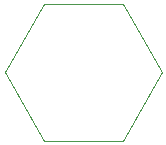
<source format=gbr>
%TF.GenerationSoftware,KiCad,Pcbnew,7.0.5*%
%TF.CreationDate,2023-06-07T10:21:27-06:00*%
%TF.ProjectId,ArmchairBarf,41726d63-6861-4697-9242-6172662e6b69,rev?*%
%TF.SameCoordinates,Original*%
%TF.FileFunction,Profile,NP*%
%FSLAX46Y46*%
G04 Gerber Fmt 4.6, Leading zero omitted, Abs format (unit mm)*
G04 Created by KiCad (PCBNEW 7.0.5) date 2023-06-07 10:21:27*
%MOMM*%
%LPD*%
G01*
G04 APERTURE LIST*
%TA.AperFunction,Profile*%
%ADD10C,0.100000*%
%TD*%
G04 APERTURE END LIST*
D10*
X159385000Y-101600000D02*
X156073641Y-107417544D01*
X149381495Y-107417544D01*
X146050000Y-101600000D01*
X149367469Y-95813765D01*
X156090135Y-95803700D01*
X159385000Y-101600000D01*
M02*

</source>
